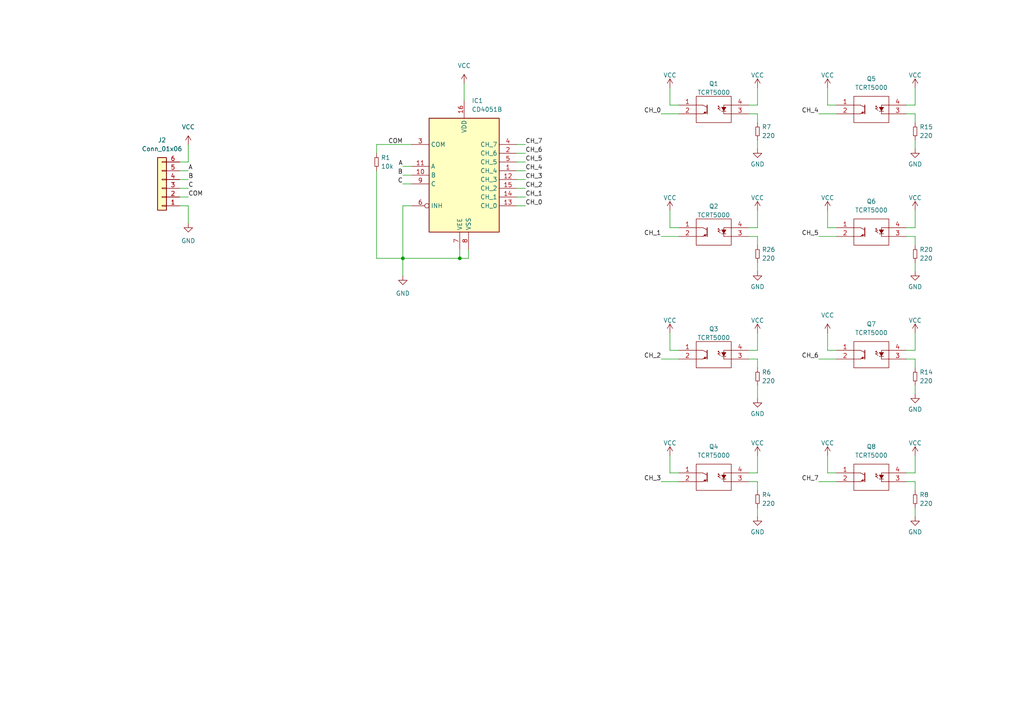
<source format=kicad_sch>
(kicad_sch (version 20231120) (generator "eeschema") (generator_version "8.0")
  (paper "A4")
  (lib_symbols
    (symbol "EESTN5:Conn_01x06" (pin_names (offset 1.016) hide)
      (property "Reference" "J" (at 0 7.62 0))
      (property "Value" "Conn_01x06" (at 0 -10.16 0))
      (symbol "Conn_01x06_1_1"
        (rectangle (start -1.27 -7.493) (end 0 -7.747) (stroke (width 0.1524)))
        (rectangle (start -1.27 -4.953) (end 0 -5.207) (stroke (width 0.1524)))
        (rectangle (start -1.27 -2.413) (end 0 -2.667) (stroke (width 0.1524)))
        (rectangle (start -1.27 0.127) (end 0 -0.127) (stroke (width 0.1524)))
        (rectangle (start -1.27 2.667) (end 0 2.413) (stroke (width 0.1524)))
        (rectangle (start -1.27 5.207) (end 0 4.953) (stroke (width 0.1524)))
        (rectangle (start -1.27 6.35) (end 1.27 -8.89) (stroke (width 0.254)) (fill (type background)))
        (pin passive line (at -5.08 5.08 0) (length 3.81) (name "Pin_1") (number "1"))
        (pin passive line (at -5.08 2.54 0) (length 3.81) (name "Pin_2") (number "2"))
        (pin passive line (at -5.08 0 0) (length 3.81) (name "Pin_3") (number "3"))
        (pin passive line (at -5.08 -2.54 0) (length 3.81) (name "Pin_4") (number "4"))
        (pin passive line (at -5.08 -5.08 0) (length 3.81) (name "Pin_5") (number "5"))
        (pin passive line (at -5.08 -7.62 0) (length 3.81) (name "Pin_6") (number "6"))
      )
    )
    (symbol "EESTN5:R" (pin_numbers hide) (pin_names (offset 0))
      (property "Reference" "R" (at -1.27 0 90))
      (property "Value" "R" (at 1.27 0 90))
      (symbol "R_0_1"
        (rectangle (start 0.508 1.27) (end -0.508 -1.27))
      )
      (symbol "R_1_1"
        (pin passive line (at 0 2.54 270) (length 1.27) (name "~") (number "1"))
        (pin passive line (at 0 -2.54 90) (length 1.27) (name "~") (number "2"))
      )
    )
    (symbol "GND_1" (power) (pin_numbers hide) (pin_names (offset 0) hide)
      (property "Value" "GND" (at 0 -3.81 0))
      (symbol "GND_1_0_1"
        (polyline (pts (xy 0 0) (xy 0 -1.27) (xy 1.27 -1.27) (xy 0 -2.54) (xy -1.27 -1.27) (xy 0 -1.27)))
      )
      (symbol "GND_1_1_1"
        (pin power_in line (at 0 0 270) (length 0) (name "~") (number "1"))
      )
    )
    (symbol "GND_2" (power) (pin_numbers hide) (pin_names (offset 0) hide)
      (property "Value" "GND" (at 0 -3.81 0))
      (symbol "GND_2_0_1"
        (polyline (pts (xy 0 0) (xy 0 -1.27) (xy 1.27 -1.27) (xy 0 -2.54) (xy -1.27 -1.27) (xy 0 -1.27)))
      )
      (symbol "GND_2_1_1"
        (pin power_in line (at 0 0 270) (length 0) (name "~") (number "1"))
      )
    )
    (symbol "Logic_Gate:CD4051B"
      (property "Reference" "IC" (at 5.08 -17.78 0))
      (property "Value" "CD4051B" (at 5.08 -20.32 0))
      (symbol "CD4051B_1_1"
        (rectangle (start -10.16 16.51) (end 10.16 -16.51) (stroke (width 0.254)) (fill (type background)))
        (pin passive line (at 15.24 1.27 180) (length 5.08) (name "CH_4") (number "1"))
        (pin passive line (at -15.24 0 0) (length 5.08) (name "B") (number "10"))
        (pin passive line (at -15.24 2.54 0) (length 5.08) (name "A") (number "11"))
        (pin passive line (at 15.24 -1.27 180) (length 5.08) (name "CH_3") (number "12"))
        (pin passive line (at 15.24 -8.89 180) (length 5.08) (name "CH_0") (number "13"))
        (pin passive line (at 15.24 -6.35 180) (length 5.08) (name "CH_1") (number "14"))
        (pin passive line (at 15.24 -3.81 180) (length 5.08) (name "CH_2") (number "15"))
        (pin passive line (at 0 21.59 270) (length 5.08) (name "VDD") (number "16"))
        (pin passive line (at 15.24 6.35 180) (length 5.08) (name "CH_6") (number "2"))
        (pin passive line (at -15.24 8.89 0) (length 5.08) (name "COM") (number "3"))
        (pin passive line (at 15.24 8.89 180) (length 5.08) (name "CH_7") (number "4"))
        (pin passive line (at 15.24 3.81 180) (length 5.08) (name "CH_5") (number "5"))
        (pin passive inverted (at -15.24 -8.89 0) (length 5.08) (name "INH") (number "6"))
        (pin passive line (at -1.27 -21.59 90) (length 5.08) (name "VEE") (number "7"))
        (pin passive line (at 1.27 -21.59 90) (length 5.08) (name "VSS") (number "8"))
        (pin passive line (at -15.24 -2.54 0) (length 5.08) (name "C") (number "9"))
      )
    )
    (symbol "R_1" (pin_numbers hide) (pin_names (offset 0))
      (property "Reference" "R" (at -1.27 0 90))
      (property "Value" "R" (at 1.27 0 90))
      (symbol "R_1_0_1"
        (rectangle (start 0.508 1.27) (end -0.508 -1.27))
      )
      (symbol "R_1_1_1"
        (pin passive line (at 0 2.54 270) (length 1.27) (name "~") (number "1"))
        (pin passive line (at 0 -2.54 90) (length 1.27) (name "~") (number "2"))
      )
    )
    (symbol "TCRT5000_1" (pin_names (offset 0.762) hide)
      (property "Reference" "Q" (at 6.35 8.89 0))
      (property "Value" "TCRT5000_1" (at 6.35 6.35 0))
      (symbol "TCRT5000_1_0_0"
        (pin passive line (at -10.16 1.27 0) (length 5.08) (name "C") (number "1"))
        (pin passive line (at -10.16 -1.27 0) (length 5.08) (name "E") (number "2"))
        (pin passive line (at 10.16 -1.27 180) (length 5.08) (name "K") (number "3"))
        (pin passive line (at 10.16 1.27 180) (length 5.08) (name "A") (number "4"))
      )
      (symbol "TCRT5000_1_0_1"
        (polyline (pts (xy -3.175 -1.27) (xy -5.08 -1.27)) (stroke (width 0.1524)))
        (polyline (pts (xy -3.175 1.27) (xy -5.08 1.27)) (stroke (width 0.1524)))
        (polyline (pts (xy -1.905 -1.27) (xy -1.905 1.27)) (stroke (width 0.254)))
        (polyline (pts (xy -1.905 -0.635) (xy -3.175 -1.27)) (stroke (width 0.1524)))
        (polyline (pts (xy -1.905 0.635) (xy -3.175 1.27)) (stroke (width 0.1524)))
        (polyline (pts (xy 1.397 0.254) (xy 1.905 -0.254)) (stroke (width 0.1524)))
        (polyline (pts (xy 1.397 0.889) (xy 1.905 0.381)) (stroke (width 0.1524)))
        (polyline (pts (xy 2.286 -0.508) (xy 3.556 -0.508)) (stroke (width 0.1524)))
        (polyline (pts (xy 2.921 -0.508) (xy 2.921 -1.27)) (stroke (width 0.1524)))
        (polyline (pts (xy 5.08 -1.27) (xy 2.921 -1.27)) (stroke (width 0.1524)))
        (polyline (pts (xy 5.08 1.27) (xy 2.921 1.27) (xy 2.921 0.635)) (stroke (width 0.1524)))
        (polyline (pts (xy -5.08 3.81) (xy 5.08 3.81) (xy 5.08 -3.81) (xy -5.08 -3.81) (xy -5.08 3.81)) (stroke (width 0.1524)))
        (polyline (pts (xy -2.286 -1.143) (xy -2.54 -0.635) (xy -2.921 -1.143) (xy -2.286 -1.143) (xy -2.54 -0.635)) (fill (type outline)))
        (polyline (pts (xy 1.397 0.254) (xy 1.27 0.127) (xy 1.27 0.381) (xy 1.524 0.381) (xy 1.397 0.254)) (stroke (width 0.1524)))
        (polyline (pts (xy 1.397 0.889) (xy 1.27 0.762) (xy 1.27 1.016) (xy 1.524 1.016) (xy 1.397 0.889)) (stroke (width 0.1524)))
        (polyline (pts (xy 3.556 0.635) (xy 2.286 0.635) (xy 2.921 -0.381) (xy 3.556 0.635) (xy 2.794 0)) (fill (type outline)))
      )
    )
    (symbol "VCC_1" (power) (pin_numbers hide) (pin_names (offset 0) hide)
      (property "Value" "VCC" (at 0 3.556 0))
      (symbol "VCC_1_0_1"
        (polyline (pts (xy -0.762 1.27) (xy 0 2.54)))
        (polyline (pts (xy 0 0) (xy 0 2.54)))
        (polyline (pts (xy 0 2.54) (xy 0.762 1.27)))
      )
      (symbol "VCC_1_1_1"
        (pin power_in line (at 0 0 90) (length 0) (name "~") (number "1"))
      )
    )
    (symbol "VCC_2" (power) (pin_numbers hide) (pin_names (offset 0) hide)
      (property "Value" "VCC" (at 0 3.556 0))
      (symbol "VCC_2_0_1"
        (polyline (pts (xy -0.762 1.27) (xy 0 2.54)))
        (polyline (pts (xy 0 0) (xy 0 2.54)))
        (polyline (pts (xy 0 2.54) (xy 0.762 1.27)))
      )
      (symbol "VCC_2_1_1"
        (pin power_in line (at 0 0 90) (length 0) (name "~") (number "1"))
      )
    )
    (symbol "VCC_3" (power) (pin_numbers hide) (pin_names (offset 0) hide)
      (property "Value" "VCC" (at 0 3.556 0))
      (symbol "VCC_3_0_1"
        (polyline (pts (xy -0.762 1.27) (xy 0 2.54)))
        (polyline (pts (xy 0 0) (xy 0 2.54)))
        (polyline (pts (xy 0 2.54) (xy 0.762 1.27)))
      )
      (symbol "VCC_3_1_1"
        (pin power_in line (at 0 0 90) (length 0) (name "~") (number "1"))
      )
    )
    (symbol "power:GND" (power) (pin_names (offset 0))
      (property "Value" "GND" (at 0 -3.81 0))
      (symbol "GND_0_1"
        (polyline (pts (xy 0 0) (xy 0 -1.27) (xy 1.27 -1.27) (xy 0 -2.54) (xy -1.27 -1.27) (xy 0 -1.27)))
      )
      (symbol "GND_1_1"
        (pin power_in line (at 0 0 270) (length 0) hide (name "GND") (number "1"))
      )
    )
    (symbol "power:VCC" (power) (pin_names (offset 0))
      (property "Value" "VCC" (at 0 3.81 0))
      (symbol "VCC_0_1"
        (polyline (pts (xy -0.762 1.27) (xy 0 2.54)))
        (polyline (pts (xy 0 0) (xy 0 2.54)))
        (polyline (pts (xy 0 2.54) (xy 0.762 1.27)))
      )
      (symbol "VCC_1_1"
        (pin power_in line (at 0 0 90) (length 0) hide (name "VCC") (number "1"))
      )
    )
  )
  (junction (at 116.84 74.93))
  (junction (at 133.35 74.93))
  (wire (pts (xy 219.71 60.96) (xy 219.71 66.04)))
  (wire (pts (xy 265.43 76.2) (xy 265.43 78.74)))
  (wire (pts (xy 262.89 139.7) (xy 265.43 139.7)))
  (wire (pts (xy 237.49 139.7) (xy 242.57 139.7)))
  (wire (pts (xy 265.43 66.04) (xy 262.89 66.04)))
  (wire (pts (xy 217.17 33.02) (xy 219.71 33.02)))
  (wire (pts (xy 265.43 60.96) (xy 265.43 66.04)))
  (wire (pts (xy 191.77 68.58) (xy 196.85 68.58)))
  (wire (pts (xy 265.43 147.32) (xy 265.43 149.86)))
  (wire (pts (xy 265.43 33.02) (xy 265.43 35.56)))
  (wire (pts (xy 240.03 137.16) (xy 242.57 137.16)))
  (wire (pts (xy 149.86 52.07) (xy 152.4 52.07)))
  (wire (pts (xy 219.71 147.32) (xy 219.71 149.86)))
  (wire (pts (xy 219.71 96.52) (xy 219.71 101.6)))
  (wire (pts (xy 194.31 96.52) (xy 194.31 101.6)))
  (wire (pts (xy 265.43 68.58) (xy 265.43 71.12)))
  (wire (pts (xy 109.22 74.93) (xy 116.84 74.93)))
  (wire (pts (xy 134.62 24.13) (xy 134.62 29.21)))
  (wire (pts (xy 52.07 49.53) (xy 54.61 49.53)))
  (wire (pts (xy 219.71 104.14) (xy 219.71 106.68)))
  (wire (pts (xy 237.49 104.14) (xy 242.57 104.14)))
  (wire (pts (xy 262.89 33.02) (xy 265.43 33.02)))
  (wire (pts (xy 219.71 40.64) (xy 219.71 43.18)))
  (wire (pts (xy 265.43 104.14) (xy 265.43 106.68)))
  (wire (pts (xy 217.17 68.58) (xy 219.71 68.58)))
  (wire (pts (xy 219.71 101.6) (xy 217.17 101.6)))
  (wire (pts (xy 194.31 60.96) (xy 194.31 66.04)))
  (wire (pts (xy 219.71 30.48) (xy 217.17 30.48)))
  (wire (pts (xy 265.43 137.16) (xy 262.89 137.16)))
  (wire (pts (xy 240.03 66.04) (xy 242.57 66.04)))
  (wire (pts (xy 265.43 30.48) (xy 262.89 30.48)))
  (wire (pts (xy 265.43 132.08) (xy 265.43 137.16)))
  (wire (pts (xy 54.61 59.69) (xy 52.07 59.69)))
  (wire (pts (xy 240.03 60.96) (xy 240.03 66.04)))
  (wire (pts (xy 237.49 33.02) (xy 242.57 33.02)))
  (wire (pts (xy 54.61 64.77) (xy 54.61 59.69)))
  (wire (pts (xy 219.71 66.04) (xy 217.17 66.04)))
  (wire (pts (xy 219.71 25.4) (xy 219.71 30.48)))
  (wire (pts (xy 52.07 54.61) (xy 54.61 54.61)))
  (wire (pts (xy 265.43 96.52) (xy 265.43 101.6)))
  (wire (pts (xy 240.03 25.4) (xy 240.03 30.48)))
  (wire (pts (xy 191.77 33.02) (xy 196.85 33.02)))
  (wire (pts (xy 265.43 111.76) (xy 265.43 114.3)))
  (wire (pts (xy 116.84 50.8) (xy 119.38 50.8)))
  (wire (pts (xy 149.86 41.91) (xy 152.4 41.91)))
  (wire (pts (xy 109.22 49.53) (xy 109.22 74.93)))
  (wire (pts (xy 116.84 59.69) (xy 116.84 74.93)))
  (wire (pts (xy 133.35 74.93) (xy 135.89 74.93)))
  (wire (pts (xy 191.77 139.7) (xy 196.85 139.7)))
  (wire (pts (xy 240.03 96.52) (xy 240.03 101.6)))
  (wire (pts (xy 54.61 41.91) (xy 54.61 46.99)))
  (wire (pts (xy 149.86 59.69) (xy 152.4 59.69)))
  (wire (pts (xy 194.31 66.04) (xy 196.85 66.04)))
  (wire (pts (xy 149.86 57.15) (xy 152.4 57.15)))
  (wire (pts (xy 217.17 139.7) (xy 219.71 139.7)))
  (wire (pts (xy 116.84 48.26) (xy 119.38 48.26)))
  (wire (pts (xy 265.43 25.4) (xy 265.43 30.48)))
  (wire (pts (xy 194.31 132.08) (xy 194.31 137.16)))
  (wire (pts (xy 219.71 132.08) (xy 219.71 137.16)))
  (wire (pts (xy 135.89 74.93) (xy 135.89 72.39)))
  (wire (pts (xy 194.31 30.48) (xy 196.85 30.48)))
  (wire (pts (xy 219.71 68.58) (xy 219.71 71.12)))
  (wire (pts (xy 219.71 111.76) (xy 219.71 115.57)))
  (wire (pts (xy 149.86 44.45) (xy 152.4 44.45)))
  (wire (pts (xy 240.03 30.48) (xy 242.57 30.48)))
  (wire (pts (xy 52.07 57.15) (xy 54.61 57.15)))
  (wire (pts (xy 194.31 137.16) (xy 196.85 137.16)))
  (wire (pts (xy 116.84 74.93) (xy 116.84 80.01)))
  (wire (pts (xy 219.71 137.16) (xy 217.17 137.16)))
  (wire (pts (xy 149.86 46.99) (xy 152.4 46.99)))
  (wire (pts (xy 237.49 68.58) (xy 242.57 68.58)))
  (wire (pts (xy 219.71 76.2) (xy 219.71 78.74)))
  (wire (pts (xy 109.22 41.91) (xy 119.38 41.91)))
  (wire (pts (xy 116.84 74.93) (xy 133.35 74.93)))
  (wire (pts (xy 52.07 52.07) (xy 54.61 52.07)))
  (wire (pts (xy 219.71 33.02) (xy 219.71 35.56)))
  (wire (pts (xy 54.61 46.99) (xy 52.07 46.99)))
  (wire (pts (xy 133.35 72.39) (xy 133.35 74.93)))
  (wire (pts (xy 109.22 44.45) (xy 109.22 41.91)))
  (wire (pts (xy 217.17 104.14) (xy 219.71 104.14)))
  (wire (pts (xy 240.03 132.08) (xy 240.03 137.16)))
  (wire (pts (xy 262.89 104.14) (xy 265.43 104.14)))
  (wire (pts (xy 265.43 101.6) (xy 262.89 101.6)))
  (wire (pts (xy 149.86 49.53) (xy 152.4 49.53)))
  (wire (pts (xy 194.31 25.4) (xy 194.31 30.48)))
  (wire (pts (xy 191.77 104.14) (xy 196.85 104.14)))
  (wire (pts (xy 265.43 40.64) (xy 265.43 43.18)))
  (wire (pts (xy 119.38 59.69) (xy 116.84 59.69)))
  (wire (pts (xy 149.86 54.61) (xy 152.4 54.61)))
  (wire (pts (xy 219.71 139.7) (xy 219.71 142.24)))
  (wire (pts (xy 116.84 53.34) (xy 119.38 53.34)))
  (wire (pts (xy 240.03 101.6) (xy 242.57 101.6)))
  (wire (pts (xy 262.89 68.58) (xy 265.43 68.58)))
  (wire (pts (xy 265.43 139.7) (xy 265.43 142.24)))
  (wire (pts (xy 194.31 101.6) (xy 196.85 101.6)))
  (label "CH_3" (at 191.77 139.7 180))
  (label "CH_5" (at 237.49 68.58 180))
  (label "CH_0" (at 152.4 59.69 0))
  (label "C" (at 54.61 54.61 0))
  (label "COM" (at 54.61 57.15 0))
  (label "C" (at 116.84 53.34 180))
  (label "CH_4" (at 237.49 33.02 180))
  (label "CH_1" (at 191.77 68.58 180))
  (label "CH_3" (at 152.4 52.07 0))
  (label "CH_7" (at 152.4 41.91 0))
  (label "CH_4" (at 152.4 49.53 0))
  (label "CH_7" (at 237.49 139.7 180))
  (label "B" (at 54.61 52.07 0))
  (label "A" (at 116.84 48.26 180))
  (label "CH_6" (at 152.4 44.45 0))
  (label "B" (at 116.84 50.8 180))
  (label "CH_5" (at 152.4 46.99 0))
  (label "CH_1" (at 152.4 57.15 0))
  (label "CH_6" (at 237.49 104.14 180))
  (label "CH_2" (at 152.4 54.61 0))
  (label "CH_0" (at 191.77 33.02 180))
  (label "COM" (at 116.84 41.91 180))
  (label "A" (at 54.61 49.53 0))
  (label "CH_2" (at 191.77 104.14 180))
  (symbol (lib_name "TCRT5000_1") (lib_id "MacroLib:TCRT5000") (at 252.73 31.75 0) (unit 1)
    (property "Reference" "Q5" (at 252.73 22.86 0))
    (property "Value" "TCRT5000" (at 252.73 25.4 0))
    (property "Footprint" "MacroLib:TCRT5000L" (effects (hide yes)))
    (property "Datasheet" "http://www.vishay.com/docs/83760/tcrt5000.pdf" (effects (hide yes)))
    (property "Description" "VISHAY - TCRT5000. - SENSOR, OPTICAL, TRANSISTOR O/P" (effects (hide yes)))
    (property "Height" "6.8" (effects (hide yes)))
    (property "Manufacturer_Name" "Vishay" (effects (hide yes)))
    (property "Manufacturer_Part_Number" "TCRT5000" (effects (hide yes)))
    (property "Mouser Part Number" "782-TCRT5000" (effects (hide yes)))
    (property "Mouser Price/Stock" "https://www.mouser.co.uk/ProductDetail/Vishay-Semiconductors/TCRT5000?qs=glpcD2KT6uaaYldHGIIt5g%3D%3D" (effects (hide yes)))
    (property "Arrow Part Number" "TCRT5000" (effects (hide yes)))
    (property "Arrow Price/Stock" "https://www.arrow.com/en/products/tcrt5000/vishay?region=nac" (effects (hide yes)))
  )
  (symbol (lib_id "power:VCC") (at 219.71 60.96 0) (unit 1)
    (property "Reference" "#PWR017" (effects (hide yes)))
    (property "Value" "VCC" (at 219.71 57.3842 0))
  )
  (symbol (lib_id "EESTN5:R") (at 265.43 38.1 180) (unit 1)
    (property "Reference" "R15" (at 266.7 36.8299 0) (effects (justify right)))
    (property "Value" "220" (at 266.7 39.3699 0) (effects (justify right)))
    (property "Footprint" "MacroLib:RES0.3" (effects (hide yes)))
  )
  (symbol (lib_name "TCRT5000_1") (lib_id "MacroLib:TCRT5000") (at 207.01 31.75 0) (unit 1)
    (property "Reference" "Q1" (at 207.01 24.291 0))
    (property "Value" "TCRT5000" (at 207.01 26.8279 0))
    (property "Footprint" "MacroLib:TCRT5000L" (effects (hide yes)))
    (property "Datasheet" "http://www.vishay.com/docs/83760/tcrt5000.pdf" (effects (hide yes)))
    (property "Description" "VISHAY - TCRT5000. - SENSOR, OPTICAL, TRANSISTOR O/P" (effects (hide yes)))
    (property "Height" "6.8" (effects (hide yes)))
    (property "Manufacturer_Name" "Vishay" (effects (hide yes)))
    (property "Manufacturer_Part_Number" "TCRT5000" (effects (hide yes)))
    (property "Mouser Part Number" "782-TCRT5000" (effects (hide yes)))
    (property "Mouser Price/Stock" "https://www.mouser.co.uk/ProductDetail/Vishay-Semiconductors/TCRT5000?qs=glpcD2KT6uaaYldHGIIt5g%3D%3D" (effects (hide yes)))
    (property "Arrow Part Number" "TCRT5000" (effects (hide yes)))
    (property "Arrow Price/Stock" "https://www.arrow.com/en/products/tcrt5000/vishay?region=nac" (effects (hide yes)))
  )
  (symbol (lib_id "power:VCC") (at 194.31 60.96 0) (unit 1)
    (property "Reference" "#PWR010" (effects (hide yes)))
    (property "Value" "VCC" (at 194.31 57.3842 0))
  )
  (symbol (lib_id "power:VCC") (at 194.31 25.4 0) (unit 1)
    (property "Reference" "#PWR03" (effects (hide yes)))
    (property "Value" "VCC" (at 194.31 21.8242 0))
  )
  (symbol (lib_name "R_1") (lib_id "EESTN5:R") (at 109.22 46.99 0) (unit 1)
    (property "Reference" "R1" (at 110.49 45.7199 0) (effects (justify left)))
    (property "Value" "10k" (at 110.49 48.2599 0) (effects (justify left)))
    (property "Footprint" "MacroLib:RES0.3" (effects (hide yes)))
    (property "Description" "Resistor" (effects (hide yes)))
  )
  (symbol (lib_id "power:VCC") (at 265.43 132.08 0) (unit 1)
    (property "Reference" "#PWR028" (effects (hide yes)))
    (property "Value" "VCC" (at 265.43 128.5042 0))
  )
  (symbol (lib_id "power:VCC") (at 194.31 96.52 0) (unit 1)
    (property "Reference" "#PWR01" (effects (hide yes)))
    (property "Value" "VCC" (at 194.31 92.9442 0))
  )
  (symbol (lib_id "power:VCC") (at 265.43 25.4 0) (unit 1)
    (property "Reference" "#PWR016" (effects (hide yes)))
    (property "Value" "VCC" (at 265.43 21.8242 0))
  )
  (symbol (lib_id "power:VCC") (at 219.71 25.4 0) (unit 1)
    (property "Reference" "#PWR011" (effects (hide yes)))
    (property "Value" "VCC" (at 219.71 21.8242 0))
  )
  (symbol (lib_name "TCRT5000_1") (lib_id "MacroLib:TCRT5000") (at 207.01 67.31 0) (unit 1)
    (property "Reference" "Q2" (at 207.01 59.851 0))
    (property "Value" "TCRT5000" (at 207.01 62.3879 0))
    (property "Footprint" "MacroLib:TCRT5000L" (effects (hide yes)))
    (property "Datasheet" "http://www.vishay.com/docs/83760/tcrt5000.pdf" (effects (hide yes)))
    (property "Description" "VISHAY - TCRT5000. - SENSOR, OPTICAL, TRANSISTOR O/P" (effects (hide yes)))
    (property "Height" "6.8" (effects (hide yes)))
    (property "Manufacturer_Name" "Vishay" (effects (hide yes)))
    (property "Manufacturer_Part_Number" "TCRT5000" (effects (hide yes)))
    (property "Mouser Part Number" "782-TCRT5000" (effects (hide yes)))
    (property "Mouser Price/Stock" "https://www.mouser.co.uk/ProductDetail/Vishay-Semiconductors/TCRT5000?qs=glpcD2KT6uaaYldHGIIt5g%3D%3D" (effects (hide yes)))
    (property "Arrow Part Number" "TCRT5000" (effects (hide yes)))
    (property "Arrow Price/Stock" "https://www.arrow.com/en/products/tcrt5000/vishay?region=nac" (effects (hide yes)))
  )
  (symbol (lib_name "VCC_2") (lib_id "power:VCC") (at 134.62 24.13 0) (unit 1)
    (property "Reference" "#PWR031" (effects (hide yes)))
    (property "Value" "VCC" (at 134.62 19.05 0))
    (property "Description" "Power symbol creates a global label with name \"VCC\"" (effects (hide yes)))
  )
  (symbol (lib_id "power:VCC") (at 240.03 25.4 0) (unit 1)
    (property "Reference" "#PWR014" (effects (hide yes)))
    (property "Value" "VCC" (at 240.03 21.8242 0))
  )
  (symbol (lib_id "power:VCC") (at 240.03 60.96 0) (unit 1)
    (property "Reference" "#PWR07" (effects (hide yes)))
    (property "Value" "VCC" (at 240.03 57.3842 0))
  )
  (symbol (lib_id "power:GND") (at 265.43 114.3 0) (unit 1)
    (property "Reference" "#PWR020" (effects (hide yes)))
    (property "Value" "GND" (at 265.43 118.7434 0))
  )
  (symbol (lib_name "TCRT5000_1") (lib_id "MacroLib:TCRT5000") (at 207.01 102.87 0) (unit 1)
    (property "Reference" "Q3" (at 207.01 95.411 0))
    (property "Value" "TCRT5000" (at 207.01 97.9479 0))
    (property "Footprint" "MacroLib:TCRT5000L" (effects (hide yes)))
    (property "Datasheet" "http://www.vishay.com/docs/83760/tcrt5000.pdf" (effects (hide yes)))
    (property "Description" "VISHAY - TCRT5000. - SENSOR, OPTICAL, TRANSISTOR O/P" (effects (hide yes)))
    (property "Height" "6.8" (effects (hide yes)))
    (property "Manufacturer_Name" "Vishay" (effects (hide yes)))
    (property "Manufacturer_Part_Number" "TCRT5000" (effects (hide yes)))
    (property "Mouser Part Number" "782-TCRT5000" (effects (hide yes)))
    (property "Mouser Price/Stock" "https://www.mouser.co.uk/ProductDetail/Vishay-Semiconductors/TCRT5000?qs=glpcD2KT6uaaYldHGIIt5g%3D%3D" (effects (hide yes)))
    (property "Arrow Part Number" "TCRT5000" (effects (hide yes)))
    (property "Arrow Price/Stock" "https://www.arrow.com/en/products/tcrt5000/vishay?region=nac" (effects (hide yes)))
  )
  (symbol (lib_id "power:VCC") (at 265.43 96.52 0) (unit 1)
    (property "Reference" "#PWR012" (effects (hide yes)))
    (property "Value" "VCC" (at 265.43 92.9442 0))
  )
  (symbol (lib_id "EESTN5:R") (at 219.71 144.78 180) (unit 1)
    (property "Reference" "R4" (at 220.98 143.5099 0) (effects (justify right)))
    (property "Value" "220" (at 220.98 146.0499 0) (effects (justify right)))
    (property "Footprint" "MacroLib:RES0.3" (effects (hide yes)))
  )
  (symbol (lib_id "power:VCC") (at 219.71 132.08 0) (unit 1)
    (property "Reference" "#PWR023" (effects (hide yes)))
    (property "Value" "VCC" (at 219.71 128.5042 0))
  )
  (symbol (lib_name "TCRT5000_1") (lib_id "MacroLib:TCRT5000") (at 252.73 138.43 0) (unit 1)
    (property "Reference" "Q8" (at 252.73 129.54 0))
    (property "Value" "TCRT5000" (at 252.73 132.08 0))
    (property "Footprint" "MacroLib:TCRT5000L" (effects (hide yes)))
    (property "Datasheet" "http://www.vishay.com/docs/83760/tcrt5000.pdf" (effects (hide yes)))
    (property "Description" "VISHAY - TCRT5000. - SENSOR, OPTICAL, TRANSISTOR O/P" (effects (hide yes)))
    (property "Height" "6.8" (effects (hide yes)))
    (property "Manufacturer_Name" "Vishay" (effects (hide yes)))
    (property "Manufacturer_Part_Number" "TCRT5000" (effects (hide yes)))
    (property "Mouser Part Number" "782-TCRT5000" (effects (hide yes)))
    (property "Mouser Price/Stock" "https://www.mouser.co.uk/ProductDetail/Vishay-Semiconductors/TCRT5000?qs=glpcD2KT6uaaYldHGIIt5g%3D%3D" (effects (hide yes)))
    (property "Arrow Part Number" "TCRT5000" (effects (hide yes)))
    (property "Arrow Price/Stock" "https://www.arrow.com/en/products/tcrt5000/vishay?region=nac" (effects (hide yes)))
  )
  (symbol (lib_id "EESTN5:R") (at 219.71 38.1 180) (unit 1)
    (property "Reference" "R7" (at 220.98 36.8299 0) (effects (justify right)))
    (property "Value" "220" (at 220.98 39.3699 0) (effects (justify right)))
    (property "Footprint" "MacroLib:RES0.3" (effects (hide yes)))
  )
  (symbol (lib_id "power:GND") (at 219.71 115.57 0) (unit 1)
    (property "Reference" "#PWR08" (effects (hide yes)))
    (property "Value" "GND" (at 219.71 120.0134 0))
  )
  (symbol (lib_id "power:GND") (at 265.43 78.74 0) (unit 1)
    (property "Reference" "#PWR029" (effects (hide yes)))
    (property "Value" "GND" (at 265.43 83.1834 0))
  )
  (symbol (lib_id "power:GND") (at 219.71 78.74 0) (unit 1)
    (property "Reference" "#PWR040" (effects (hide yes)))
    (property "Value" "GND" (at 219.71 83.1834 0))
  )
  (symbol (lib_id "power:GND") (at 265.43 43.18 0) (unit 1)
    (property "Reference" "#PWR021" (effects (hide yes)))
    (property "Value" "GND" (at 265.43 47.6234 0))
  )
  (symbol (lib_id "power:GND") (at 265.43 149.86 0) (unit 1)
    (property "Reference" "#PWR030" (effects (hide yes)))
    (property "Value" "GND" (at 265.43 154.3034 0))
  )
  (symbol (lib_id "power:VCC") (at 219.71 96.52 0) (unit 1)
    (property "Reference" "#PWR05" (effects (hide yes)))
    (property "Value" "VCC" (at 219.71 92.9442 0))
  )
  (symbol (lib_name "GND_2") (lib_id "power:GND") (at 54.61 64.77 0) (unit 1)
    (property "Reference" "#PWR035" (effects (hide yes)))
    (property "Value" "GND" (at 54.61 69.85 0))
    (property "Description" "Power symbol creates a global label with name \"GND\" , ground" (effects (hide yes)))
  )
  (symbol (lib_id "power:GND") (at 219.71 43.18 0) (unit 1)
    (property "Reference" "#PWR09" (effects (hide yes)))
    (property "Value" "GND" (at 219.71 47.6234 0))
  )
  (symbol (lib_name "TCRT5000_1") (lib_id "MacroLib:TCRT5000") (at 207.01 138.43 0) (unit 1)
    (property "Reference" "Q4" (at 207.01 129.54 0))
    (property "Value" "TCRT5000" (at 207.01 132.08 0))
    (property "Footprint" "MacroLib:TCRT5000L" (effects (hide yes)))
    (property "Datasheet" "http://www.vishay.com/docs/83760/tcrt5000.pdf" (effects (hide yes)))
    (property "Description" "VISHAY - TCRT5000. - SENSOR, OPTICAL, TRANSISTOR O/P" (effects (hide yes)))
    (property "Height" "6.8" (effects (hide yes)))
    (property "Manufacturer_Name" "Vishay" (effects (hide yes)))
    (property "Manufacturer_Part_Number" "TCRT5000" (effects (hide yes)))
    (property "Mouser Part Number" "782-TCRT5000" (effects (hide yes)))
    (property "Mouser Price/Stock" "https://www.mouser.co.uk/ProductDetail/Vishay-Semiconductors/TCRT5000?qs=glpcD2KT6uaaYldHGIIt5g%3D%3D" (effects (hide yes)))
    (property "Arrow Part Number" "TCRT5000" (effects (hide yes)))
    (property "Arrow Price/Stock" "https://www.arrow.com/en/products/tcrt5000/vishay?region=nac" (effects (hide yes)))
  )
  (symbol (lib_id "EESTN5:Conn_01x06") (at 46.99 54.61 180) (unit 1)
    (property "Reference" "J2" (at 46.99 40.64 0))
    (property "Value" "Conn_01x06" (at 46.99 43.18 0))
    (property "Footprint" "MacroLib:Pin_Header_Wire_6" (effects (hide yes)))
    (property "Description" "Generic connector, single row, 01x06" (effects (hide yes)))
  )
  (symbol (lib_name "VCC_1") (lib_id "power:VCC") (at 240.03 96.52 0) (unit 1)
    (property "Reference" "#PWR06" (effects (hide yes)))
    (property "Value" "VCC" (at 240.03 91.44 0))
    (property "Description" "Power symbol creates a global label with name \"VCC\"" (effects (hide yes)))
  )
  (symbol (lib_id "EESTN5:R") (at 219.71 109.22 180) (unit 1)
    (property "Reference" "R6" (at 220.98 107.9499 0) (effects (justify right)))
    (property "Value" "220" (at 220.98 110.4899 0) (effects (justify right)))
    (property "Footprint" "MacroLib:RES0.3" (effects (hide yes)))
  )
  (symbol (lib_id "EESTN5:R") (at 219.71 73.66 180) (unit 1)
    (property "Reference" "R26" (at 220.98 72.3899 0) (effects (justify right)))
    (property "Value" "220" (at 220.98 74.9299 0) (effects (justify right)))
    (property "Footprint" "MacroLib:RES0.3" (effects (hide yes)))
  )
  (symbol (lib_id "power:VCC") (at 194.31 132.08 0) (unit 1)
    (property "Reference" "#PWR019" (effects (hide yes)))
    (property "Value" "VCC" (at 194.31 128.5042 0))
  )
  (symbol (lib_name "TCRT5000_1") (lib_id "MacroLib:TCRT5000") (at 252.73 67.31 0) (unit 1)
    (property "Reference" "Q6" (at 252.73 58.42 0))
    (property "Value" "TCRT5000" (at 252.73 60.96 0))
    (property "Footprint" "MacroLib:TCRT5000L" (effects (hide yes)))
    (property "Datasheet" "http://www.vishay.com/docs/83760/tcrt5000.pdf" (effects (hide yes)))
    (property "Description" "VISHAY - TCRT5000. - SENSOR, OPTICAL, TRANSISTOR O/P" (effects (hide yes)))
    (property "Height" "6.8" (effects (hide yes)))
    (property "Manufacturer_Name" "Vishay" (effects (hide yes)))
    (property "Manufacturer_Part_Number" "TCRT5000" (effects (hide yes)))
    (property "Mouser Part Number" "782-TCRT5000" (effects (hide yes)))
    (property "Mouser Price/Stock" "https://www.mouser.co.uk/ProductDetail/Vishay-Semiconductors/TCRT5000?qs=glpcD2KT6uaaYldHGIIt5g%3D%3D" (effects (hide yes)))
    (property "Arrow Part Number" "TCRT5000" (effects (hide yes)))
    (property "Arrow Price/Stock" "https://www.arrow.com/en/products/tcrt5000/vishay?region=nac" (effects (hide yes)))
  )
  (symbol (lib_name "GND_1") (lib_id "power:GND") (at 116.84 80.01 0) (unit 1)
    (property "Reference" "#PWR032" (effects (hide yes)))
    (property "Value" "GND" (at 116.84 85.09 0))
    (property "Description" "Power symbol creates a global label with name \"GND\" , ground" (effects (hide yes)))
  )
  (symbol (lib_id "EESTN5:R") (at 265.43 144.78 180) (unit 1)
    (property "Reference" "R8" (at 266.7 143.5099 0) (effects (justify right)))
    (property "Value" "220" (at 266.7 146.0499 0) (effects (justify right)))
    (property "Footprint" "MacroLib:RES0.3" (effects (hide yes)))
  )
  (symbol (lib_id "Logic_Gate:CD4051B") (at 134.62 50.8 0) (unit 1)
    (property "Reference" "IC1" (at 136.8141 29.21 0) (effects (justify left)))
    (property "Value" "CD4051B" (at 136.8141 31.75 0) (effects (justify left)))
    (property "Footprint" "MacroLib:DIP-16" (effects (hide yes)))
    (property "Datasheet" "https://www.ti.com/lit/ds/symlink/cd4051b.pdf?ts=1636432999310&ref_url=https%253A%252F%252Fwww.google.com%252F" (effects (hide yes)))
    (property "Description" "Analog Multiplexer Single 8:1 16-Pin CDIP Tube" (effects (hide yes)))
    (property "Manufacturer_Name" "Texas Instruments" (effects (hide yes)))
    (property "Arrow Price/Stock" "https://www.arrow.com/en/products/cd4051bf/texas-instruments?utm_currency=USD&region=europe" (effects (hide yes)))
  )
  (symbol (lib_id "EESTN5:R") (at 265.43 109.22 180) (unit 1)
    (property "Reference" "R14" (at 266.7 107.9499 0) (effects (justify right)))
    (property "Value" "220" (at 266.7 110.4899 0) (effects (justify right)))
    (property "Footprint" "MacroLib:RES0.3" (effects (hide yes)))
  )
  (symbol (lib_name "TCRT5000_1") (lib_id "MacroLib:TCRT5000") (at 252.73 102.87 0) (unit 1)
    (property "Reference" "Q7" (at 252.73 93.98 0))
    (property "Value" "TCRT5000" (at 252.73 96.52 0))
    (property "Footprint" "MacroLib:TCRT5000L" (effects (hide yes)))
    (property "Datasheet" "http://www.vishay.com/docs/83760/tcrt5000.pdf" (effects (hide yes)))
    (property "Description" "VISHAY - TCRT5000. - SENSOR, OPTICAL, TRANSISTOR O/P" (effects (hide yes)))
    (property "Height" "6.8" (effects (hide yes)))
    (property "Manufacturer_Name" "Vishay" (effects (hide yes)))
    (property "Manufacturer_Part_Number" "TCRT5000" (effects (hide yes)))
    (property "Mouser Part Number" "782-TCRT5000" (effects (hide yes)))
    (property "Mouser Price/Stock" "https://www.mouser.co.uk/ProductDetail/Vishay-Semiconductors/TCRT5000?qs=glpcD2KT6uaaYldHGIIt5g%3D%3D" (effects (hide yes)))
    (property "Arrow Part Number" "TCRT5000" (effects (hide yes)))
    (property "Arrow Price/Stock" "https://www.arrow.com/en/products/tcrt5000/vishay?region=nac" (effects (hide yes)))
  )
  (symbol (lib_id "power:VCC") (at 265.43 60.96 0) (unit 1)
    (property "Reference" "#PWR018" (effects (hide yes)))
    (property "Value" "VCC" (at 265.43 57.3842 0))
  )
  (symbol (lib_name "VCC_3") (lib_id "power:VCC") (at 54.61 41.91 0) (unit 1)
    (property "Reference" "#PWR034" (effects (hide yes)))
    (property "Value" "VCC" (at 54.61 36.83 0))
    (property "Description" "Power symbol creates a global label with name \"VCC\"" (effects (hide yes)))
  )
  (symbol (lib_id "power:GND") (at 219.71 149.86 0) (unit 1)
    (property "Reference" "#PWR025" (effects (hide yes)))
    (property "Value" "GND" (at 219.71 154.3034 0))
  )
  (symbol (lib_id "EESTN5:R") (at 265.43 73.66 0) (unit 1)
    (property "Reference" "R20" (at 266.7 72.3899 0) (effects (justify left)))
    (property "Value" "220" (at 266.7 74.9299 0) (effects (justify left)))
    (property "Footprint" "MacroLib:RES0.3" (effects (hide yes)))
  )
  (symbol (lib_id "power:VCC") (at 240.03 132.08 0) (unit 1)
    (property "Reference" "#PWR026" (effects (hide yes)))
    (property "Value" "VCC" (at 240.03 128.5042 0))
  )
)
</source>
